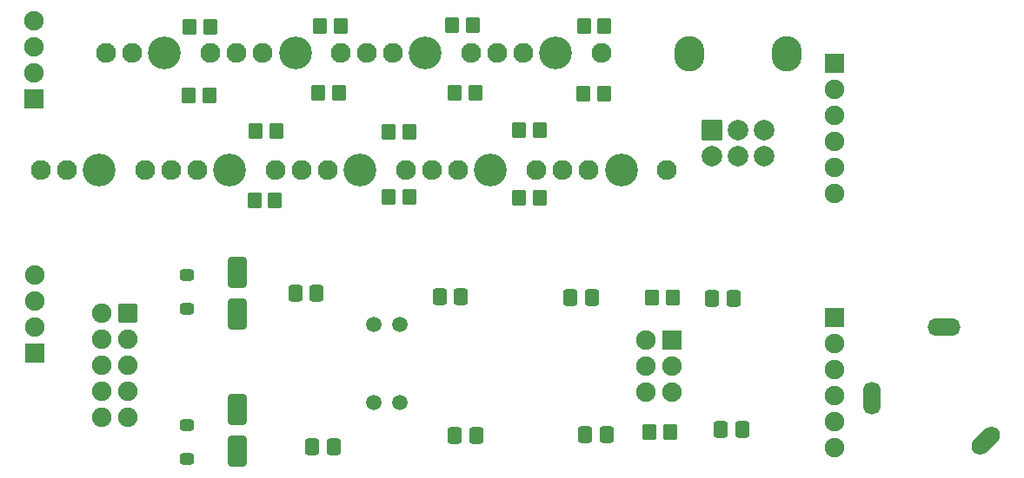
<source format=gbr>
G04 #@! TF.GenerationSoftware,KiCad,Pcbnew,8.0.2*
G04 #@! TF.CreationDate,2025-05-17T16:19:13-07:00*
G04 #@! TF.ProjectId,Exits-1U,45786974-732d-4315-952e-6b696361645f,2.1*
G04 #@! TF.SameCoordinates,Original*
G04 #@! TF.FileFunction,Soldermask,Bot*
G04 #@! TF.FilePolarity,Negative*
%FSLAX46Y46*%
G04 Gerber Fmt 4.6, Leading zero omitted, Abs format (unit mm)*
G04 Created by KiCad (PCBNEW 8.0.2) date 2025-05-17 16:19:13*
%MOMM*%
%LPD*%
G01*
G04 APERTURE LIST*
G04 Aperture macros list*
%AMRoundRect*
0 Rectangle with rounded corners*
0 $1 Rounding radius*
0 $2 $3 $4 $5 $6 $7 $8 $9 X,Y pos of 4 corners*
0 Add a 4 corners polygon primitive as box body*
4,1,4,$2,$3,$4,$5,$6,$7,$8,$9,$2,$3,0*
0 Add four circle primitives for the rounded corners*
1,1,$1+$1,$2,$3*
1,1,$1+$1,$4,$5*
1,1,$1+$1,$6,$7*
1,1,$1+$1,$8,$9*
0 Add four rect primitives between the rounded corners*
20,1,$1+$1,$2,$3,$4,$5,0*
20,1,$1+$1,$4,$5,$6,$7,0*
20,1,$1+$1,$6,$7,$8,$9,0*
20,1,$1+$1,$8,$9,$2,$3,0*%
%AMHorizOval*
0 Thick line with rounded ends*
0 $1 width*
0 $2 $3 position (X,Y) of the first rounded end (center of the circle)*
0 $4 $5 position (X,Y) of the second rounded end (center of the circle)*
0 Add line between two ends*
20,1,$1,$2,$3,$4,$5,0*
0 Add two circle primitives to create the rounded ends*
1,1,$1,$2,$3*
1,1,$1,$4,$5*%
G04 Aperture macros list end*
%ADD10C,3.203200*%
%ADD11C,1.930400*%
%ADD12O,2.923200X3.443200*%
%ADD13RoundRect,0.101600X0.900000X0.900000X-0.900000X0.900000X-0.900000X-0.900000X0.900000X-0.900000X0*%
%ADD14C,2.003200*%
%ADD15HorizOval,1.712000X-0.533159X-0.533159X0.533159X0.533159X0*%
%ADD16O,1.712000X3.220000*%
%ADD17O,3.220000X1.712000*%
%ADD18RoundRect,0.101600X0.850000X0.850000X-0.850000X0.850000X-0.850000X-0.850000X0.850000X-0.850000X0*%
%ADD19O,1.903200X1.903200*%
%ADD20RoundRect,0.101600X-0.850000X-0.850000X0.850000X-0.850000X0.850000X0.850000X-0.850000X0.850000X0*%
%ADD21RoundRect,0.281750X0.619850X-1.207350X0.619850X1.207350X-0.619850X1.207350X-0.619850X-1.207350X0*%
%ADD22RoundRect,0.292333X0.409267X0.509267X-0.409267X0.509267X-0.409267X-0.509267X0.409267X-0.509267X0*%
%ADD23RoundRect,0.292333X-0.409267X-0.509267X0.409267X-0.509267X0.409267X0.509267X-0.409267X0.509267X0*%
%ADD24RoundRect,0.279883X0.671717X0.671717X-0.671717X0.671717X-0.671717X-0.671717X0.671717X-0.671717X0*%
%ADD25C,1.903200*%
%ADD26RoundRect,0.293234X0.395866X0.533366X-0.395866X0.533366X-0.395866X-0.533366X0.395866X-0.533366X0*%
%ADD27C,1.503200*%
%ADD28RoundRect,0.275800X0.425800X-0.275800X0.425800X0.275800X-0.425800X0.275800X-0.425800X-0.275800X0*%
G04 APERTURE END LIST*
D10*
X73660000Y-119354600D03*
D11*
X67945000Y-119354600D03*
X70485000Y-119354600D03*
X78105000Y-119354600D03*
D10*
X60960000Y-119354600D03*
D11*
X55245000Y-119354600D03*
X57785000Y-119354600D03*
X65405000Y-119354600D03*
D10*
X67310000Y-107924600D03*
D11*
X61595000Y-107924600D03*
X64135000Y-107924600D03*
X71755000Y-107924600D03*
D12*
X118414800Y-107950000D03*
X127914800Y-107950000D03*
D13*
X120664800Y-115450000D03*
D14*
X123164800Y-115450000D03*
X125664800Y-115450000D03*
X120664800Y-117950000D03*
X123164800Y-117950000D03*
X125664800Y-117950000D03*
D10*
X111810800Y-119354600D03*
D11*
X106095800Y-119354600D03*
X108635800Y-119354600D03*
X116255800Y-119354600D03*
D15*
X147293200Y-145718400D03*
D16*
X136197200Y-141622400D03*
D17*
X143197200Y-134622400D03*
D10*
X99057800Y-119354600D03*
D11*
X93342800Y-119354600D03*
X95882800Y-119354600D03*
X103502800Y-119354600D03*
D10*
X80060800Y-107924600D03*
D11*
X74345800Y-107924600D03*
X76885800Y-107924600D03*
X84505800Y-107924600D03*
D18*
X54660800Y-137160000D03*
D19*
X54660800Y-134620000D03*
X54660800Y-132080000D03*
X54660800Y-129540000D03*
D10*
X86360000Y-119354600D03*
D11*
X80645000Y-119354600D03*
X83185000Y-119354600D03*
X90805000Y-119354600D03*
D10*
X92707800Y-107924600D03*
D11*
X86992800Y-107924600D03*
X89532800Y-107924600D03*
X97152800Y-107924600D03*
D10*
X105410000Y-107924600D03*
D11*
X99695000Y-107924600D03*
X102235000Y-107924600D03*
X109855000Y-107924600D03*
D20*
X132588000Y-133705600D03*
D19*
X132588000Y-136245600D03*
X132588000Y-138785600D03*
X132588000Y-141325600D03*
X132588000Y-143865600D03*
X132588000Y-146405600D03*
D21*
X74371200Y-133416500D03*
X74371200Y-129291500D03*
D22*
X97570800Y-111760000D03*
X95570800Y-111760000D03*
D23*
X114519200Y-144881600D03*
X116519200Y-144881600D03*
D18*
X132588000Y-108915200D03*
D19*
X132588000Y-111455200D03*
X132588000Y-113995200D03*
X132588000Y-116535200D03*
X132588000Y-119075200D03*
X132588000Y-121615200D03*
D18*
X116743400Y-135905000D03*
D19*
X114203400Y-135905000D03*
X116743400Y-138445000D03*
X114203400Y-138445000D03*
X116743400Y-140985000D03*
X114203400Y-140985000D03*
D24*
X63754000Y-133299200D03*
D25*
X61214000Y-133299200D03*
X63754000Y-135839200D03*
X61214000Y-135839200D03*
X63754000Y-138379200D03*
X61214000Y-138379200D03*
X63754000Y-140919200D03*
X61214000Y-140919200D03*
X63754000Y-143459200D03*
X61214000Y-143459200D03*
D22*
X91119200Y-121970800D03*
X89119200Y-121970800D03*
D26*
X82114300Y-131318000D03*
X80039300Y-131318000D03*
D22*
X71662800Y-112064800D03*
X69662800Y-112064800D03*
D26*
X122725000Y-131876800D03*
X120650000Y-131876800D03*
X123545600Y-144667650D03*
X121470600Y-144667650D03*
D27*
X90220800Y-142036800D03*
X87680800Y-142036800D03*
X90220800Y-134436800D03*
X87680800Y-134436800D03*
D22*
X97316800Y-105206800D03*
X95316800Y-105206800D03*
D26*
X97659100Y-145237200D03*
X95584100Y-145237200D03*
D28*
X69443600Y-147496800D03*
X69443600Y-144196800D03*
D22*
X110153200Y-105308400D03*
X108153200Y-105308400D03*
D20*
X54610000Y-112369600D03*
D19*
X54610000Y-109829600D03*
X54610000Y-107289600D03*
X54610000Y-104749600D03*
D22*
X103854000Y-115468400D03*
X101854000Y-115468400D03*
D21*
X74371200Y-146791700D03*
X74371200Y-142666700D03*
D22*
X110102400Y-111861600D03*
X108102400Y-111861600D03*
D26*
X108907400Y-131775200D03*
X106832400Y-131775200D03*
D22*
X71748400Y-105359200D03*
X69748400Y-105359200D03*
X84312000Y-111760000D03*
X82312000Y-111760000D03*
X78063600Y-122326400D03*
X76063600Y-122326400D03*
D28*
X69443600Y-132866400D03*
X69443600Y-129566400D03*
D23*
X114824000Y-131775200D03*
X116824000Y-131775200D03*
D22*
X103819200Y-122072400D03*
X101819200Y-122072400D03*
X78165200Y-115519200D03*
X76165200Y-115519200D03*
X91170000Y-115570000D03*
X89170000Y-115570000D03*
D26*
X96185900Y-131724400D03*
X94110900Y-131724400D03*
X83790700Y-146354800D03*
X81715700Y-146354800D03*
X110359100Y-145186400D03*
X108284100Y-145186400D03*
D22*
X84464400Y-105308400D03*
X82464400Y-105308400D03*
M02*

</source>
